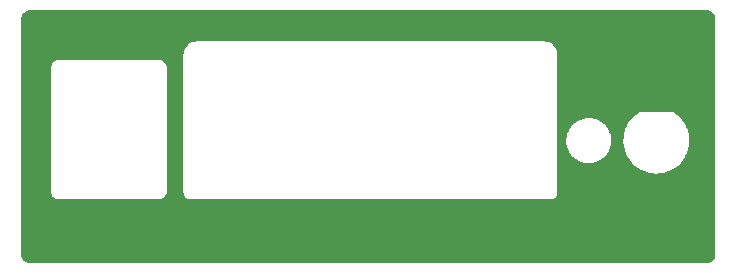
<source format=gbr>
%TF.GenerationSoftware,KiCad,Pcbnew,(6.0.11)*%
%TF.CreationDate,2023-07-10T01:10:07-07:00*%
%TF.ProjectId,cga-ypbpr-left,6367612d-7970-4627-9072-2d6c6566742e,rev?*%
%TF.SameCoordinates,PX2990618PY4bd2668*%
%TF.FileFunction,Copper,L1,Top*%
%TF.FilePolarity,Positive*%
%FSLAX46Y46*%
G04 Gerber Fmt 4.6, Leading zero omitted, Abs format (unit mm)*
G04 Created by KiCad (PCBNEW (6.0.11)) date 2023-07-10 01:10:07*
%MOMM*%
%LPD*%
G01*
G04 APERTURE LIST*
%TA.AperFunction,ViaPad*%
%ADD10C,0.600000*%
%TD*%
G04 APERTURE END LIST*
D10*
%TO.N,GND*%
X-13973000Y44405000D03*
X-13973000Y24405000D03*
X43417000Y24405000D03*
X43417000Y44405000D03*
%TD*%
%TA.AperFunction,Conductor*%
%TO.N,GND*%
G36*
X43401142Y45097786D02*
G01*
X43417000Y45094990D01*
X43427855Y45096904D01*
X43438879Y45096904D01*
X43438879Y45095865D01*
X43451345Y45096317D01*
X43540179Y45087568D01*
X43564405Y45082749D01*
X43670973Y45050422D01*
X43693793Y45040970D01*
X43792010Y44988472D01*
X43812548Y44974749D01*
X43898634Y44904099D01*
X43916099Y44886634D01*
X43986749Y44800548D01*
X44000472Y44780010D01*
X44052970Y44681793D01*
X44062422Y44658973D01*
X44094749Y44552405D01*
X44099568Y44528179D01*
X44108317Y44439345D01*
X44107865Y44426879D01*
X44108904Y44426879D01*
X44108904Y44415855D01*
X44106990Y44405000D01*
X44108904Y44394146D01*
X44109786Y44389144D01*
X44111700Y44367264D01*
X44111700Y24442736D01*
X44109786Y24420858D01*
X44106990Y24405000D01*
X44108904Y24394145D01*
X44108904Y24383121D01*
X44107865Y24383121D01*
X44108317Y24370655D01*
X44099568Y24281821D01*
X44094749Y24257595D01*
X44062422Y24151027D01*
X44052970Y24128207D01*
X44000472Y24029990D01*
X43986749Y24009452D01*
X43916099Y23923366D01*
X43898634Y23905901D01*
X43812548Y23835251D01*
X43792010Y23821528D01*
X43693793Y23769030D01*
X43670973Y23759578D01*
X43564405Y23727251D01*
X43540179Y23722432D01*
X43451345Y23713683D01*
X43438879Y23714135D01*
X43438879Y23713096D01*
X43427855Y23713096D01*
X43417000Y23715010D01*
X43401142Y23712214D01*
X43379264Y23710300D01*
X-13935264Y23710300D01*
X-13957142Y23712214D01*
X-13973000Y23715010D01*
X-13983855Y23713096D01*
X-13994879Y23713096D01*
X-13994879Y23714135D01*
X-14007345Y23713683D01*
X-14096179Y23722432D01*
X-14120405Y23727251D01*
X-14226973Y23759578D01*
X-14249793Y23769030D01*
X-14348010Y23821528D01*
X-14368548Y23835251D01*
X-14454634Y23905901D01*
X-14472099Y23923366D01*
X-14542749Y24009452D01*
X-14556472Y24029990D01*
X-14608970Y24128207D01*
X-14618422Y24151027D01*
X-14650749Y24257595D01*
X-14655568Y24281821D01*
X-14664317Y24370655D01*
X-14663865Y24383121D01*
X-14664904Y24383121D01*
X-14664904Y24394145D01*
X-14662990Y24405000D01*
X-14665786Y24420858D01*
X-14667700Y24442736D01*
X-14667700Y29805000D01*
X-12143010Y29805000D01*
X-12140908Y29793078D01*
X-12139601Y29783558D01*
X-12128095Y29666737D01*
X-12087765Y29533787D01*
X-12022273Y29411260D01*
X-11934136Y29303864D01*
X-11826740Y29215727D01*
X-11771399Y29186147D01*
X-11709671Y29153152D01*
X-11709668Y29153151D01*
X-11704213Y29150235D01*
X-11698289Y29148438D01*
X-11577194Y29111704D01*
X-11577193Y29111704D01*
X-11571263Y29109905D01*
X-11506404Y29103517D01*
X-11497546Y29102010D01*
X-11493327Y29100327D01*
X-11486932Y29099700D01*
X-11473842Y29099700D01*
X-11461508Y29099095D01*
X-11454437Y29098398D01*
X-11444949Y29097097D01*
X-11433000Y29094990D01*
X-11417142Y29097786D01*
X-11395264Y29099700D01*
X-3070736Y29099700D01*
X-3048858Y29097786D01*
X-3033000Y29094990D01*
X-3021066Y29097094D01*
X-3011558Y29098399D01*
X-2894737Y29109905D01*
X-2888807Y29111704D01*
X-2888806Y29111704D01*
X-2767711Y29148438D01*
X-2761787Y29150235D01*
X-2756332Y29153151D01*
X-2756329Y29153152D01*
X-2694601Y29186147D01*
X-2639260Y29215727D01*
X-2531864Y29303864D01*
X-2443727Y29411260D01*
X-2378235Y29533787D01*
X-2337905Y29666737D01*
X-2334136Y29705000D01*
X-922010Y29705000D01*
X-920095Y29694142D01*
X-920095Y29693942D01*
X-919134Y29687286D01*
X-905858Y29569456D01*
X-860807Y29440708D01*
X-788237Y29325214D01*
X-691786Y29228763D01*
X-576292Y29156193D01*
X-447544Y29111142D01*
X-440517Y29110350D01*
X-440516Y29110350D01*
X-388324Y29104469D01*
X-378220Y29102678D01*
X-372327Y29100327D01*
X-365932Y29099700D01*
X-353067Y29099700D01*
X-338964Y29098908D01*
X-329731Y29097868D01*
X-323055Y29096905D01*
X-322858Y29096905D01*
X-312000Y29094990D01*
X-296142Y29097786D01*
X-274264Y29099700D01*
X30100264Y29099700D01*
X30122142Y29097786D01*
X30138000Y29094990D01*
X30148858Y29096905D01*
X30149058Y29096905D01*
X30155714Y29097866D01*
X30232015Y29106463D01*
X30266516Y29110350D01*
X30266517Y29110350D01*
X30273544Y29111142D01*
X30402292Y29156193D01*
X30517786Y29228763D01*
X30614237Y29325214D01*
X30686807Y29440708D01*
X30731858Y29569456D01*
X30738531Y29628676D01*
X30740322Y29638780D01*
X30742673Y29644673D01*
X30743300Y29651068D01*
X30743300Y29663933D01*
X30744092Y29678036D01*
X30745132Y29687269D01*
X30746095Y29693945D01*
X30746095Y29694142D01*
X30748010Y29705000D01*
X30745214Y29720858D01*
X30743300Y29742736D01*
X30743300Y34137000D01*
X31497776Y34137000D01*
X31500133Y34077000D01*
X31508369Y33867389D01*
X31556844Y33601961D01*
X31642236Y33346011D01*
X31644228Y33342024D01*
X31644229Y33342022D01*
X31692817Y33244783D01*
X31762839Y33104646D01*
X31916248Y32882682D01*
X31919270Y32879413D01*
X32096385Y32687810D01*
X32096390Y32687805D01*
X32099401Y32684548D01*
X32308644Y32514197D01*
X32312462Y32511898D01*
X32312464Y32511897D01*
X32464698Y32420245D01*
X32539802Y32375029D01*
X32543897Y32373295D01*
X32543899Y32373294D01*
X32784163Y32271555D01*
X32784170Y32271553D01*
X32788264Y32269819D01*
X33049070Y32200667D01*
X33053494Y32200143D01*
X33053496Y32200143D01*
X33161402Y32187372D01*
X33317019Y32168954D01*
X33586763Y32175310D01*
X33735958Y32200143D01*
X33848530Y32218880D01*
X33848534Y32218881D01*
X33852920Y32219611D01*
X33857161Y32220952D01*
X33857164Y32220953D01*
X34105933Y32299629D01*
X34105935Y32299630D01*
X34110179Y32300972D01*
X34114190Y32302898D01*
X34114195Y32302900D01*
X34349390Y32415839D01*
X34349391Y32415840D01*
X34353409Y32417769D01*
X34376201Y32432998D01*
X34574047Y32565194D01*
X34574051Y32565197D01*
X34577755Y32567672D01*
X34581072Y32570643D01*
X34581076Y32570646D01*
X34775425Y32744720D01*
X34778741Y32747690D01*
X34952358Y32954232D01*
X35095140Y33183176D01*
X35204239Y33429954D01*
X35277479Y33689642D01*
X35293387Y33808081D01*
X35312971Y33953879D01*
X35312971Y33953884D01*
X35313398Y33957060D01*
X35313786Y33969415D01*
X36330228Y33969415D01*
X36362250Y33641863D01*
X36363045Y33638228D01*
X36426956Y33346011D01*
X36432568Y33320350D01*
X36458721Y33244783D01*
X36538990Y33012848D01*
X36538993Y33012840D01*
X36540206Y33009336D01*
X36541826Y33005992D01*
X36541829Y33005984D01*
X36666936Y32747690D01*
X36683672Y32713138D01*
X36860973Y32435866D01*
X37069649Y32181368D01*
X37306806Y31953175D01*
X37569151Y31754453D01*
X37572347Y31752579D01*
X37572351Y31752576D01*
X37849841Y31589839D01*
X37853045Y31587960D01*
X38154548Y31456008D01*
X38469476Y31360426D01*
X38568627Y31342711D01*
X38789807Y31303193D01*
X38789812Y31303192D01*
X38793458Y31302541D01*
X38797160Y31302323D01*
X38797165Y31302322D01*
X39118288Y31283375D01*
X39122000Y31283156D01*
X39125712Y31283375D01*
X39446835Y31302322D01*
X39446840Y31302323D01*
X39450542Y31302541D01*
X39454188Y31303192D01*
X39454193Y31303193D01*
X39675373Y31342711D01*
X39774524Y31360426D01*
X40089452Y31456008D01*
X40390955Y31587960D01*
X40394159Y31589839D01*
X40671649Y31752576D01*
X40671653Y31752579D01*
X40674849Y31754453D01*
X40937194Y31953175D01*
X41174351Y32181368D01*
X41383027Y32435866D01*
X41560328Y32713138D01*
X41577064Y32747690D01*
X41702171Y33005984D01*
X41702174Y33005992D01*
X41703794Y33009336D01*
X41705007Y33012840D01*
X41705010Y33012848D01*
X41785279Y33244783D01*
X41811432Y33320350D01*
X41817045Y33346011D01*
X41880955Y33638228D01*
X41881750Y33641863D01*
X41913772Y33969415D01*
X41909999Y34154183D01*
X41907129Y34294751D01*
X41907129Y34294756D01*
X41907053Y34298459D01*
X41861687Y34624430D01*
X41800282Y34858884D01*
X41779243Y34939217D01*
X41779242Y34939221D01*
X41778303Y34942805D01*
X41658058Y35249166D01*
X41623340Y35313962D01*
X41504376Y35535987D01*
X41504374Y35535991D01*
X41502622Y35539260D01*
X41500495Y35542305D01*
X41316280Y35806014D01*
X41316279Y35806015D01*
X41314150Y35809063D01*
X41168938Y35972105D01*
X41097734Y36052051D01*
X41095258Y36054831D01*
X40848984Y36273153D01*
X40845938Y36275271D01*
X40845932Y36275275D01*
X40594415Y36450108D01*
X40586232Y36455796D01*
X40582963Y36458828D01*
X40580397Y36459852D01*
X40578745Y36461000D01*
X40578643Y36460833D01*
X40552452Y36471111D01*
X40535911Y36477603D01*
X40535251Y36477864D01*
X40485587Y36497678D01*
X40485584Y36497679D01*
X40477327Y36500973D01*
X40470932Y36501600D01*
X40422381Y36501600D01*
X40419243Y36501639D01*
X40370787Y36502846D01*
X40367412Y36501712D01*
X40365919Y36501600D01*
X37878081Y36501600D01*
X37876588Y36501712D01*
X37873213Y36502846D01*
X37824757Y36501639D01*
X37821619Y36501600D01*
X37798607Y36501600D01*
X37795225Y36500970D01*
X37793241Y36500854D01*
X37776602Y36500440D01*
X37776599Y36500439D01*
X37765581Y36500165D01*
X37755319Y36496138D01*
X37755315Y36496137D01*
X37753872Y36495571D01*
X37730921Y36488995D01*
X37726628Y36488195D01*
X37726626Y36488194D01*
X37715189Y36486064D01*
X37699436Y36476354D01*
X37679744Y36466520D01*
X37679592Y36466420D01*
X37665357Y36460833D01*
X37665255Y36461000D01*
X37652583Y36452191D01*
X37652582Y36452191D01*
X37398068Y36275275D01*
X37398062Y36275271D01*
X37395016Y36273153D01*
X37148742Y36054831D01*
X37146266Y36052051D01*
X37075063Y35972105D01*
X36929850Y35809063D01*
X36927721Y35806015D01*
X36927720Y35806014D01*
X36743505Y35542305D01*
X36741378Y35539260D01*
X36739626Y35535991D01*
X36739624Y35535987D01*
X36620661Y35313962D01*
X36585942Y35249166D01*
X36465697Y34942805D01*
X36464758Y34939221D01*
X36464757Y34939217D01*
X36443718Y34858884D01*
X36382313Y34624430D01*
X36336947Y34298459D01*
X36336871Y34294756D01*
X36336871Y34294751D01*
X36334001Y34154183D01*
X36330228Y33969415D01*
X35313786Y33969415D01*
X35317167Y34077000D01*
X35298111Y34346145D01*
X35286306Y34400980D01*
X35242258Y34605568D01*
X35241321Y34609920D01*
X35221758Y34662949D01*
X35149473Y34858884D01*
X35147932Y34863061D01*
X35019807Y35100519D01*
X34859502Y35317554D01*
X34828911Y35348630D01*
X34673347Y35506656D01*
X34670216Y35509837D01*
X34666676Y35512538D01*
X34666670Y35512544D01*
X34459265Y35670830D01*
X34455725Y35673532D01*
X34220310Y35805371D01*
X33968666Y35902724D01*
X33964341Y35903727D01*
X33964336Y35903728D01*
X33859173Y35928103D01*
X33705816Y35963650D01*
X33437004Y35986931D01*
X33432569Y35986687D01*
X33432565Y35986687D01*
X33331690Y35981135D01*
X33167593Y35972105D01*
X33163233Y35971238D01*
X33163227Y35971237D01*
X32933310Y35925503D01*
X32902958Y35919466D01*
X32648381Y35830065D01*
X32408940Y35705685D01*
X32405325Y35703102D01*
X32405319Y35703098D01*
X32366994Y35675710D01*
X32189414Y35548809D01*
X31994181Y35362566D01*
X31991425Y35359071D01*
X31991424Y35359069D01*
X31902054Y35245703D01*
X31827138Y35150673D01*
X31800087Y35104101D01*
X31693855Y34921211D01*
X31693852Y34921205D01*
X31691617Y34917357D01*
X31689943Y34913223D01*
X31591996Y34671406D01*
X31591993Y34671398D01*
X31590323Y34667274D01*
X31525277Y34405413D01*
X31497776Y34137000D01*
X30743300Y34137000D01*
X30743300Y41317264D01*
X30745214Y41339144D01*
X30748010Y41355000D01*
X30747041Y41360493D01*
X30743342Y41402780D01*
X30731145Y41542187D01*
X30730666Y41547666D01*
X30680610Y41734479D01*
X30632665Y41837297D01*
X30601200Y41904774D01*
X30601197Y41904779D01*
X30598874Y41909761D01*
X30487943Y42068187D01*
X30351187Y42204943D01*
X30346679Y42208100D01*
X30346676Y42208102D01*
X30197270Y42312717D01*
X30197268Y42312718D01*
X30192761Y42315874D01*
X30187779Y42318197D01*
X30187774Y42318200D01*
X30022461Y42395287D01*
X30022459Y42395288D01*
X30017479Y42397610D01*
X30012171Y42399032D01*
X30012169Y42399033D01*
X29952969Y42414895D01*
X29830666Y42447666D01*
X29762452Y42453634D01*
X29702350Y42458892D01*
X29698836Y42459470D01*
X29698327Y42459673D01*
X29696527Y42459849D01*
X29696524Y42459850D01*
X29695970Y42459904D01*
X29691932Y42460300D01*
X29688846Y42460300D01*
X29685780Y42460450D01*
X29685785Y42460561D01*
X29680777Y42460780D01*
X29654331Y42463094D01*
X29654318Y42463094D01*
X29643493Y42464041D01*
X29638000Y42465010D01*
X29622142Y42462214D01*
X29600264Y42460300D01*
X225736Y42460300D01*
X203858Y42462214D01*
X188000Y42465010D01*
X182507Y42464041D01*
X171682Y42463094D01*
X171679Y42463094D01*
X91360Y42456067D01*
X-4666Y42447666D01*
X-126969Y42414895D01*
X-186169Y42399033D01*
X-186171Y42399032D01*
X-191479Y42397610D01*
X-196459Y42395288D01*
X-196461Y42395287D01*
X-361774Y42318200D01*
X-361779Y42318197D01*
X-366761Y42315874D01*
X-371268Y42312718D01*
X-371270Y42312717D01*
X-520676Y42208102D01*
X-520679Y42208100D01*
X-525187Y42204943D01*
X-661943Y42068187D01*
X-772874Y41909761D01*
X-775197Y41904779D01*
X-775200Y41904774D01*
X-806665Y41837297D01*
X-854610Y41734479D01*
X-904666Y41547666D01*
X-905145Y41542187D01*
X-905145Y41542186D01*
X-915892Y41419350D01*
X-916470Y41415836D01*
X-916673Y41415327D01*
X-917300Y41408932D01*
X-917300Y41405846D01*
X-917450Y41402780D01*
X-917561Y41402785D01*
X-917780Y41397777D01*
X-920094Y41371331D01*
X-920094Y41371321D01*
X-921041Y41360493D01*
X-922010Y41355000D01*
X-919214Y41339144D01*
X-917300Y41317264D01*
X-917300Y29742736D01*
X-919214Y29720858D01*
X-922010Y29705000D01*
X-2334136Y29705000D01*
X-2331517Y29731596D01*
X-2330010Y29740454D01*
X-2328327Y29744673D01*
X-2327700Y29751068D01*
X-2327700Y29764158D01*
X-2327095Y29776492D01*
X-2326398Y29783563D01*
X-2325097Y29793051D01*
X-2322990Y29805000D01*
X-2325786Y29820858D01*
X-2327700Y29842736D01*
X-2327700Y40167264D01*
X-2325786Y40189144D01*
X-2324904Y40194146D01*
X-2322990Y40205000D01*
X-2325094Y40216934D01*
X-2326400Y40226452D01*
X-2337905Y40343263D01*
X-2378235Y40476213D01*
X-2443727Y40598740D01*
X-2531864Y40706136D01*
X-2639260Y40794273D01*
X-2694601Y40823853D01*
X-2756329Y40856848D01*
X-2756332Y40856849D01*
X-2761787Y40859765D01*
X-2786773Y40867344D01*
X-2888806Y40898296D01*
X-2888807Y40898296D01*
X-2894737Y40900095D01*
X-2959596Y40906483D01*
X-2968454Y40907990D01*
X-2972673Y40909673D01*
X-2979068Y40910300D01*
X-2992158Y40910300D01*
X-3004492Y40910905D01*
X-3011563Y40911602D01*
X-3021051Y40912903D01*
X-3033000Y40915010D01*
X-3048858Y40912214D01*
X-3070736Y40910300D01*
X-11395264Y40910300D01*
X-11417142Y40912214D01*
X-11433000Y40915010D01*
X-11444934Y40912906D01*
X-11454442Y40911601D01*
X-11571263Y40900095D01*
X-11577193Y40898296D01*
X-11577194Y40898296D01*
X-11679227Y40867344D01*
X-11704213Y40859765D01*
X-11709668Y40856849D01*
X-11709671Y40856848D01*
X-11771399Y40823853D01*
X-11826740Y40794273D01*
X-11934136Y40706136D01*
X-12022273Y40598740D01*
X-12087765Y40476213D01*
X-12128095Y40343263D01*
X-12133635Y40287013D01*
X-12134483Y40278406D01*
X-12135990Y40269546D01*
X-12137673Y40265327D01*
X-12138300Y40258932D01*
X-12138300Y40245842D01*
X-12138905Y40233508D01*
X-12139600Y40226452D01*
X-12140903Y40216949D01*
X-12143010Y40205000D01*
X-12141096Y40194146D01*
X-12140214Y40189144D01*
X-12138300Y40167264D01*
X-12138300Y29842736D01*
X-12140214Y29820858D01*
X-12143010Y29805000D01*
X-14667700Y29805000D01*
X-14667700Y44367264D01*
X-14665786Y44389144D01*
X-14664904Y44394146D01*
X-14662990Y44405000D01*
X-14664904Y44415855D01*
X-14664904Y44426879D01*
X-14663865Y44426879D01*
X-14664317Y44439345D01*
X-14655568Y44528179D01*
X-14650749Y44552405D01*
X-14618422Y44658973D01*
X-14608970Y44681793D01*
X-14556472Y44780010D01*
X-14542749Y44800548D01*
X-14472099Y44886634D01*
X-14454634Y44904099D01*
X-14368548Y44974749D01*
X-14348010Y44988472D01*
X-14249793Y45040970D01*
X-14226973Y45050422D01*
X-14120405Y45082749D01*
X-14096179Y45087568D01*
X-14007345Y45096317D01*
X-13994879Y45095865D01*
X-13994879Y45096904D01*
X-13983855Y45096904D01*
X-13973000Y45094990D01*
X-13957142Y45097786D01*
X-13935264Y45099700D01*
X43379264Y45099700D01*
X43401142Y45097786D01*
G37*
%TD.AperFunction*%
%TD*%
M02*

</source>
